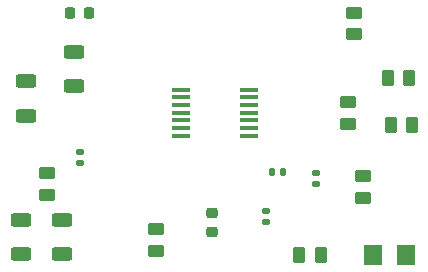
<source format=gbr>
%TF.GenerationSoftware,KiCad,Pcbnew,(6.0.4-0)*%
%TF.CreationDate,2025-08-27T16:40:30+02:00*%
%TF.ProjectId,FYP_PMIC,4659505f-504d-4494-932e-6b696361645f,rev?*%
%TF.SameCoordinates,Original*%
%TF.FileFunction,Paste,Top*%
%TF.FilePolarity,Positive*%
%FSLAX46Y46*%
G04 Gerber Fmt 4.6, Leading zero omitted, Abs format (unit mm)*
G04 Created by KiCad (PCBNEW (6.0.4-0)) date 2025-08-27 16:40:30*
%MOMM*%
%LPD*%
G01*
G04 APERTURE LIST*
G04 Aperture macros list*
%AMRoundRect*
0 Rectangle with rounded corners*
0 $1 Rounding radius*
0 $2 $3 $4 $5 $6 $7 $8 $9 X,Y pos of 4 corners*
0 Add a 4 corners polygon primitive as box body*
4,1,4,$2,$3,$4,$5,$6,$7,$8,$9,$2,$3,0*
0 Add four circle primitives for the rounded corners*
1,1,$1+$1,$2,$3*
1,1,$1+$1,$4,$5*
1,1,$1+$1,$6,$7*
1,1,$1+$1,$8,$9*
0 Add four rect primitives between the rounded corners*
20,1,$1+$1,$2,$3,$4,$5,0*
20,1,$1+$1,$4,$5,$6,$7,0*
20,1,$1+$1,$6,$7,$8,$9,0*
20,1,$1+$1,$8,$9,$2,$3,0*%
G04 Aperture macros list end*
%ADD10RoundRect,0.140000X-0.170000X0.140000X-0.170000X-0.140000X0.170000X-0.140000X0.170000X0.140000X0*%
%ADD11RoundRect,0.140000X0.170000X-0.140000X0.170000X0.140000X-0.170000X0.140000X-0.170000X-0.140000X0*%
%ADD12RoundRect,0.250000X0.262500X0.450000X-0.262500X0.450000X-0.262500X-0.450000X0.262500X-0.450000X0*%
%ADD13RoundRect,0.250000X-0.450000X0.262500X-0.450000X-0.262500X0.450000X-0.262500X0.450000X0.262500X0*%
%ADD14RoundRect,0.225000X0.225000X0.250000X-0.225000X0.250000X-0.225000X-0.250000X0.225000X-0.250000X0*%
%ADD15R,1.600000X1.800000*%
%ADD16RoundRect,0.250000X0.625000X-0.312500X0.625000X0.312500X-0.625000X0.312500X-0.625000X-0.312500X0*%
%ADD17RoundRect,0.225000X0.250000X-0.225000X0.250000X0.225000X-0.250000X0.225000X-0.250000X-0.225000X0*%
%ADD18RoundRect,0.250000X-0.262500X-0.450000X0.262500X-0.450000X0.262500X0.450000X-0.262500X0.450000X0*%
%ADD19RoundRect,0.250000X-0.625000X0.312500X-0.625000X-0.312500X0.625000X-0.312500X0.625000X0.312500X0*%
%ADD20RoundRect,0.140000X-0.140000X-0.170000X0.140000X-0.170000X0.140000X0.170000X-0.140000X0.170000X0*%
%ADD21RoundRect,0.051250X-0.733750X-0.153750X0.733750X-0.153750X0.733750X0.153750X-0.733750X0.153750X0*%
%ADD22RoundRect,0.250000X0.450000X-0.262500X0.450000X0.262500X-0.450000X0.262500X-0.450000X-0.262500X0*%
G04 APERTURE END LIST*
D10*
%TO.C,C_SRP2*%
X83500000Y-72500000D03*
X83500000Y-73460000D03*
%TD*%
D11*
%TO.C,C_bat1*%
X67750000Y-68480000D03*
X67750000Y-67520000D03*
%TD*%
D12*
%TO.C,R_SRN1*%
X88162500Y-76250000D03*
X86337500Y-76250000D03*
%TD*%
D13*
%TO.C,R_ge_in1*%
X74250000Y-74062500D03*
X74250000Y-75887500D03*
%TD*%
D14*
%TO.C,C_reg1*%
X68525000Y-55750000D03*
X66975000Y-55750000D03*
%TD*%
D15*
%TO.C,R_CRS1*%
X92600000Y-76250000D03*
X95400000Y-76250000D03*
%TD*%
D13*
%TO.C,R_bat1*%
X65000000Y-69337500D03*
X65000000Y-71162500D03*
%TD*%
D16*
%TO.C,R_alert2*%
X63250000Y-64462500D03*
X63250000Y-61537500D03*
%TD*%
D17*
%TO.C,C_regin1*%
X79000000Y-74275000D03*
X79000000Y-72725000D03*
%TD*%
D18*
%TO.C,R_SCL2*%
X94087500Y-65250000D03*
X95912500Y-65250000D03*
%TD*%
D10*
%TO.C,C_SRN2*%
X87750000Y-69290000D03*
X87750000Y-70250000D03*
%TD*%
D19*
%TO.C,R_ge1*%
X66250000Y-73262500D03*
X66250000Y-76187500D03*
%TD*%
%TO.C,R_alert1*%
X67250000Y-59037500D03*
X67250000Y-61962500D03*
%TD*%
D20*
%TO.C,C_SR1*%
X84020000Y-69250000D03*
X84980000Y-69250000D03*
%TD*%
D16*
%TO.C,R_ge2*%
X62750000Y-76187500D03*
X62750000Y-73262500D03*
%TD*%
D21*
%TO.C,BQ35100*%
X76336250Y-62271250D03*
X76336250Y-62921250D03*
X76336250Y-63571250D03*
X76336250Y-64221250D03*
X76336250Y-64871250D03*
X76336250Y-65521250D03*
X76336250Y-66171250D03*
X82076250Y-66171250D03*
X82076250Y-65521250D03*
X82076250Y-64871250D03*
X82076250Y-64221250D03*
X82076250Y-63571250D03*
X82076250Y-62921250D03*
X82076250Y-62271250D03*
%TD*%
D22*
%TO.C,R_SRP1*%
X91750000Y-71412500D03*
X91750000Y-69587500D03*
%TD*%
%TO.C,R_SCL_1*%
X90500000Y-65162500D03*
X90500000Y-63337500D03*
%TD*%
%TO.C,R_SDA_1*%
X91000000Y-57575000D03*
X91000000Y-55750000D03*
%TD*%
D18*
%TO.C,R_SDA_2*%
X93837500Y-61250000D03*
X95662500Y-61250000D03*
%TD*%
M02*

</source>
